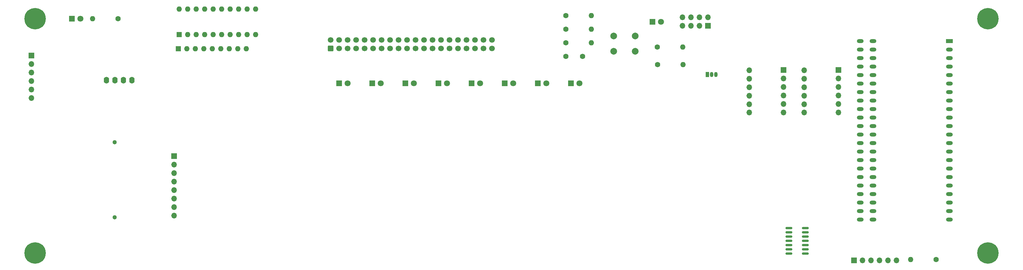
<source format=gbr>
%TF.GenerationSoftware,KiCad,Pcbnew,8.0.6*%
%TF.CreationDate,2025-04-19T20:02:09-05:00*%
%TF.ProjectId,front-panel.processor,66726f6e-742d-4706-916e-656c2e70726f,rev?*%
%TF.SameCoordinates,Original*%
%TF.FileFunction,Soldermask,Top*%
%TF.FilePolarity,Negative*%
%FSLAX46Y46*%
G04 Gerber Fmt 4.6, Leading zero omitted, Abs format (unit mm)*
G04 Created by KiCad (PCBNEW 8.0.6) date 2025-04-19 20:02:09*
%MOMM*%
%LPD*%
G01*
G04 APERTURE LIST*
G04 Aperture macros list*
%AMRoundRect*
0 Rectangle with rounded corners*
0 $1 Rounding radius*
0 $2 $3 $4 $5 $6 $7 $8 $9 X,Y pos of 4 corners*
0 Add a 4 corners polygon primitive as box body*
4,1,4,$2,$3,$4,$5,$6,$7,$8,$9,$2,$3,0*
0 Add four circle primitives for the rounded corners*
1,1,$1+$1,$2,$3*
1,1,$1+$1,$4,$5*
1,1,$1+$1,$6,$7*
1,1,$1+$1,$8,$9*
0 Add four rect primitives between the rounded corners*
20,1,$1+$1,$2,$3,$4,$5,0*
20,1,$1+$1,$4,$5,$6,$7,0*
20,1,$1+$1,$6,$7,$8,$9,0*
20,1,$1+$1,$8,$9,$2,$3,0*%
G04 Aperture macros list end*
%ADD10C,1.600000*%
%ADD11O,1.600000X1.600000*%
%ADD12R,1.700000X1.700000*%
%ADD13O,1.700000X1.700000*%
%ADD14RoundRect,0.250000X0.600000X-0.600000X0.600000X0.600000X-0.600000X0.600000X-0.600000X-0.600000X0*%
%ADD15C,1.700000*%
%ADD16C,6.400000*%
%ADD17R,1.800000X1.800000*%
%ADD18C,1.800000*%
%ADD19C,2.000000*%
%ADD20R,1.600000X1.600000*%
%ADD21RoundRect,0.150000X-0.825000X-0.150000X0.825000X-0.150000X0.825000X0.150000X-0.825000X0.150000X0*%
%ADD22R,1.050000X1.500000*%
%ADD23O,1.050000X1.500000*%
%ADD24O,1.600000X2.000000*%
%ADD25C,1.300000*%
%ADD26R,2.000000X1.200000*%
%ADD27O,2.000000X1.200000*%
G04 APERTURE END LIST*
D10*
%TO.C,R7*%
X309523200Y-227028200D03*
D11*
X301903200Y-227028200D03*
%TD*%
D12*
%TO.C,J6*%
X284961400Y-227206000D03*
D13*
X287501400Y-227206000D03*
X290041400Y-227206000D03*
X292581400Y-227206000D03*
X295121400Y-227206000D03*
X297661400Y-227206000D03*
%TD*%
D14*
%TO.C,J1*%
X128370000Y-163947500D03*
D15*
X128370000Y-161407500D03*
X130910000Y-163947500D03*
X130910000Y-161407500D03*
X133450000Y-163947500D03*
X133450000Y-161407500D03*
X135990000Y-163947500D03*
X135990000Y-161407500D03*
X138530000Y-163947500D03*
X138530000Y-161407500D03*
X141070000Y-163947500D03*
X141070000Y-161407500D03*
X143610000Y-163947500D03*
X143610000Y-161407500D03*
X146150000Y-163947500D03*
X146150000Y-161407500D03*
X148690000Y-163947500D03*
X148690000Y-161407500D03*
X151230000Y-163947500D03*
X151230000Y-161407500D03*
X153770000Y-163947500D03*
X153770000Y-161407500D03*
X156310000Y-163947500D03*
X156310000Y-161407500D03*
X158850000Y-163947500D03*
X158850000Y-161407500D03*
X161390000Y-163947500D03*
X161390000Y-161407500D03*
X163930000Y-163947500D03*
X163930000Y-161407500D03*
X166470000Y-163947500D03*
X166470000Y-161407500D03*
X169010000Y-163947500D03*
X169010000Y-161407500D03*
X171550000Y-163947500D03*
X171550000Y-161407500D03*
X174090000Y-163947500D03*
X174090000Y-161407500D03*
X176630000Y-163947500D03*
X176630000Y-161407500D03*
%TD*%
D12*
%TO.C,J2*%
X38937000Y-165992000D03*
D13*
X38937000Y-168532000D03*
X38937000Y-171072000D03*
X38937000Y-173612000D03*
X38937000Y-176152000D03*
X38937000Y-178692000D03*
%TD*%
D16*
%TO.C,H1*%
X40000000Y-155000000D03*
%TD*%
%TO.C,H2*%
X325000000Y-155000000D03*
%TD*%
%TO.C,H3*%
X325000000Y-225000000D03*
%TD*%
%TO.C,H4*%
X40000000Y-225000000D03*
%TD*%
D17*
%TO.C,D5*%
X51000000Y-155000000D03*
D18*
X53540000Y-155000000D03*
%TD*%
D10*
%TO.C,R6*%
X64810000Y-155000000D03*
D11*
X57190000Y-155000000D03*
%TD*%
D17*
%TO.C,D4*%
X170549000Y-174327000D03*
D18*
X173089000Y-174327000D03*
%TD*%
D19*
%TO.C,SW9*%
X213031000Y-160222000D03*
X219531000Y-160222000D03*
X213031000Y-164722000D03*
X219531000Y-164722000D03*
%TD*%
D17*
%TO.C,D6*%
X160643100Y-174327000D03*
D18*
X163183100Y-174327000D03*
%TD*%
D17*
%TO.C,D3*%
X180454900Y-174329300D03*
D18*
X182994900Y-174329300D03*
%TD*%
D20*
%TO.C,U1*%
X83075000Y-159800000D03*
D11*
X85615000Y-159800000D03*
X88155000Y-159800000D03*
X90695000Y-159800000D03*
X93235000Y-159800000D03*
X95775000Y-159800000D03*
X98315000Y-159800000D03*
X100855000Y-159800000D03*
X103395000Y-159800000D03*
X105935000Y-159800000D03*
X105935000Y-152180000D03*
X103395000Y-152180000D03*
X100855000Y-152180000D03*
X98315000Y-152180000D03*
X95775000Y-152180000D03*
X93235000Y-152180000D03*
X90695000Y-152180000D03*
X88155000Y-152180000D03*
X85615000Y-152180000D03*
X83075000Y-152180000D03*
%TD*%
D10*
%TO.C,R4*%
X198757600Y-158171400D03*
D11*
X206377600Y-158171400D03*
%TD*%
D10*
%TO.C,R3*%
X198757600Y-154121400D03*
D11*
X206377600Y-154121400D03*
%TD*%
D17*
%TO.C,D2*%
X190360800Y-174328800D03*
D18*
X192900800Y-174328800D03*
%TD*%
D10*
%TO.C,R5*%
X198757600Y-162221400D03*
D11*
X206377600Y-162221400D03*
%TD*%
D17*
%TO.C,D7*%
X150737300Y-174328800D03*
D18*
X153277300Y-174328800D03*
%TD*%
D21*
%TO.C,U7*%
X265443000Y-217630200D03*
X265443000Y-218900200D03*
X265443000Y-220170200D03*
X265443000Y-221440200D03*
X265443000Y-222710200D03*
X265443000Y-223980200D03*
X265443000Y-225250200D03*
X270393000Y-225250200D03*
X270393000Y-223980200D03*
X270393000Y-222710200D03*
X270393000Y-221440200D03*
X270393000Y-220170200D03*
X270393000Y-218900200D03*
X270393000Y-217630200D03*
%TD*%
D20*
%TO.C,RN1*%
X82825000Y-164000000D03*
D11*
X85365000Y-164000000D03*
X87905000Y-164000000D03*
X90445000Y-164000000D03*
X92985000Y-164000000D03*
X95525000Y-164000000D03*
X98065000Y-164000000D03*
X100605000Y-164000000D03*
X103145000Y-164000000D03*
%TD*%
D17*
%TO.C,D8*%
X140831400Y-174327000D03*
D18*
X143371400Y-174327000D03*
%TD*%
D17*
%TO.C,D1*%
X200266600Y-174327000D03*
D18*
X202806600Y-174327000D03*
%TD*%
D17*
%TO.C,D10*%
X224682200Y-155959000D03*
D18*
X227222200Y-155959000D03*
%TD*%
D22*
%TO.C,U5*%
X241095600Y-171736800D03*
D23*
X242365600Y-171736800D03*
X243635600Y-171736800D03*
%TD*%
D17*
%TO.C,D9*%
X130925500Y-174327000D03*
D18*
X133465500Y-174327000D03*
%TD*%
D24*
%TO.C,Brd1*%
X61380000Y-173400000D03*
X63920000Y-173400000D03*
X66460000Y-173400000D03*
X69000000Y-173400000D03*
%TD*%
D10*
%TO.C,R2*%
X226135000Y-163502800D03*
D11*
X233755000Y-163502800D03*
%TD*%
D10*
%TO.C,C3*%
X198757600Y-166271400D03*
X203757600Y-166271400D03*
%TD*%
%TO.C,R1*%
X226185800Y-168760600D03*
D11*
X233805800Y-168760600D03*
%TD*%
D25*
%TO.C,J5*%
X63777400Y-214341000D03*
X63777400Y-191941000D03*
%TD*%
D12*
%TO.C,J3*%
X81558200Y-196091000D03*
D13*
X81558200Y-198631000D03*
X81558200Y-201171000D03*
X81558200Y-203711000D03*
X81558200Y-206251000D03*
X81558200Y-208791000D03*
X81558200Y-211331000D03*
X81558200Y-213871000D03*
%TD*%
D26*
%TO.C,U2*%
X313511000Y-161721900D03*
D27*
X313511000Y-164261900D03*
X313511000Y-166801900D03*
X313511000Y-169341900D03*
X313511000Y-171881900D03*
X313511000Y-174421900D03*
X313511000Y-176961900D03*
X313511000Y-179501900D03*
X313511000Y-182041900D03*
X313511000Y-184581900D03*
X313511000Y-187121900D03*
X313511000Y-189661900D03*
X313511000Y-192201900D03*
X313511000Y-194741900D03*
X313511000Y-197281900D03*
X313511000Y-199821900D03*
X313511000Y-202361900D03*
X313511000Y-204901900D03*
X313511000Y-207441900D03*
X313514680Y-209979180D03*
X313514680Y-212519180D03*
X313514680Y-215059180D03*
X290651000Y-215061900D03*
X286841000Y-215061900D03*
X290651000Y-212521900D03*
X286841000Y-212521900D03*
X290651000Y-209981900D03*
X286841000Y-209981900D03*
X290651000Y-207441900D03*
X286841000Y-207441900D03*
X290651000Y-204901900D03*
X286841000Y-204901900D03*
X290651000Y-202361900D03*
X286841000Y-202361900D03*
X290651000Y-199821900D03*
X286841000Y-199821900D03*
X290651000Y-197281900D03*
X286841000Y-197281900D03*
X290651000Y-194741900D03*
X286841000Y-194741900D03*
X290651000Y-192201900D03*
X286841000Y-192201900D03*
X290651000Y-189661900D03*
X286841000Y-189661900D03*
X290651000Y-187121900D03*
X286841000Y-187121900D03*
X290651000Y-184581900D03*
X286841000Y-184581900D03*
X290651000Y-182041900D03*
X286841000Y-182041900D03*
X290651000Y-179501900D03*
X286841000Y-179501900D03*
X290651000Y-176961900D03*
X286841000Y-176961900D03*
X290651000Y-174421900D03*
X286841000Y-174421900D03*
X290651000Y-171881900D03*
X286841000Y-171881900D03*
X290651000Y-169341900D03*
X286841000Y-169341900D03*
X290651000Y-166801900D03*
X286841000Y-166801900D03*
X290651000Y-164261900D03*
X286841000Y-164261900D03*
X290651000Y-161721900D03*
X286841000Y-161721900D03*
%TD*%
D12*
%TO.C,J4*%
X241273400Y-157127400D03*
D13*
X241273400Y-154587400D03*
X238733400Y-157127400D03*
X238733400Y-154587400D03*
X236193400Y-157127400D03*
X236193400Y-154587400D03*
X233653400Y-157127400D03*
X233653400Y-154587400D03*
%TD*%
D12*
%TO.C,U3*%
X263855400Y-170371600D03*
D13*
X263855400Y-172911600D03*
X263855400Y-175451600D03*
X263855400Y-177991600D03*
X263855400Y-180531600D03*
X263855400Y-183071600D03*
X253655400Y-183071600D03*
X253655400Y-180571600D03*
X253655400Y-178031600D03*
X253655400Y-175491600D03*
X253655400Y-172951600D03*
X253655400Y-170411600D03*
%TD*%
D12*
%TO.C,U4*%
X280260000Y-170348900D03*
D13*
X280260000Y-172888900D03*
X280260000Y-175428900D03*
X280260000Y-177968900D03*
X280260000Y-180508900D03*
X280260000Y-183048900D03*
X270060000Y-183048900D03*
X270060000Y-180548900D03*
X270060000Y-178008900D03*
X270060000Y-175468900D03*
X270060000Y-172928900D03*
X270060000Y-170388900D03*
%TD*%
M02*

</source>
